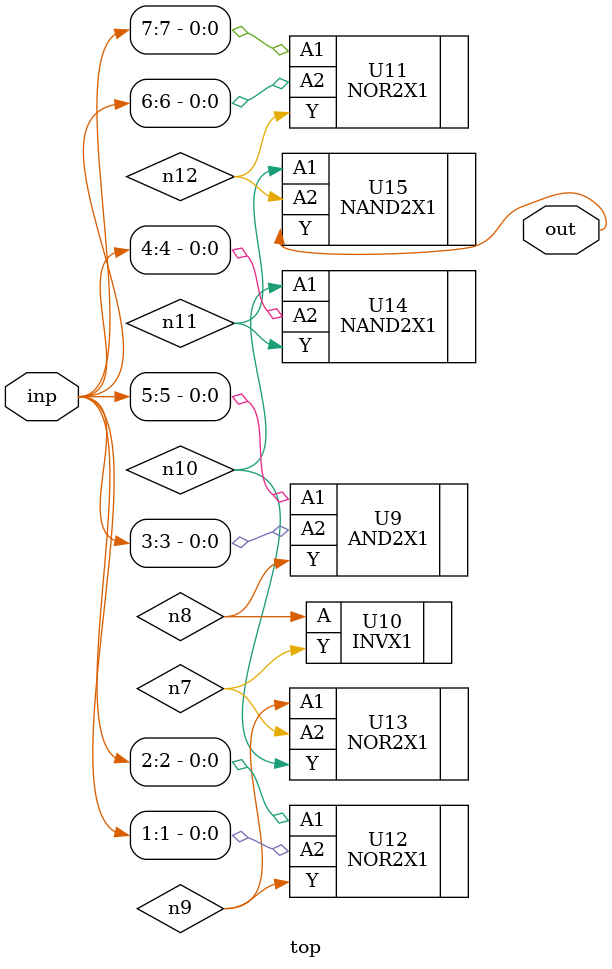
<source format=sv>


module top ( inp, out );
  input [7:0] inp;
  output out;
  wire   n7, n8, n9, n10, n11, n12;

  AND2X1 U9 ( .A1(inp[5]), .A2(inp[3]), .Y(n8) );
  INVX1 U10 ( .A(n8), .Y(n7) );
  NOR2X1 U11 ( .A1(inp[7]), .A2(inp[6]), .Y(n12) );
  NOR2X1 U12 ( .A1(inp[2]), .A2(inp[1]), .Y(n9) );
  NOR2X1 U13 ( .A1(n9), .A2(n7), .Y(n10) );
  NAND2X1 U14 ( .A1(n10), .A2(inp[4]), .Y(n11) );
  NAND2X1 U15 ( .A1(n11), .A2(n12), .Y(out) );
endmodule


</source>
